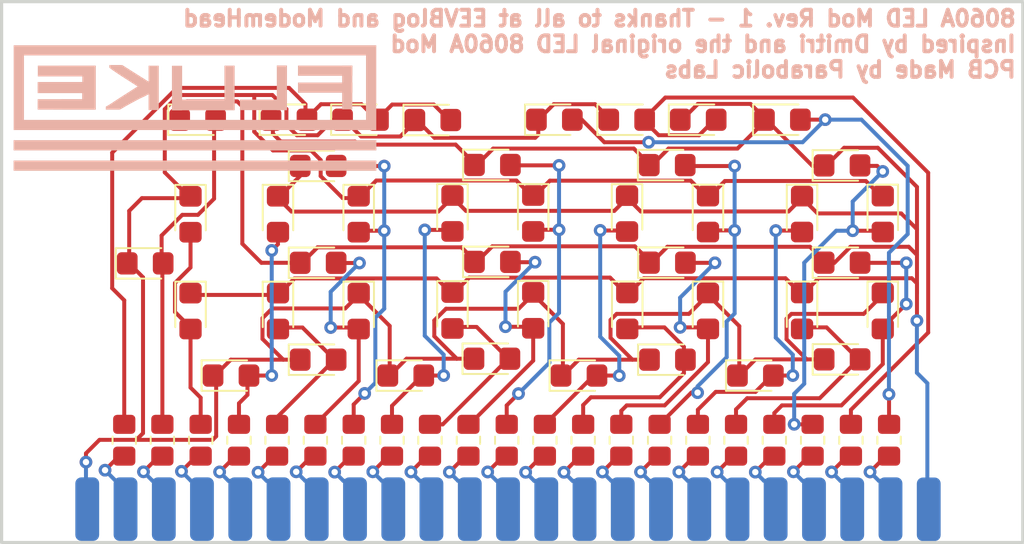
<source format=kicad_pcb>
(kicad_pcb (version 20240108) (generator "pcbnew") (generator_version "8.0")
  (layers (0 "F.Cu" signal) (31 "B.Cu" signal) (34 "B.Paste" user) (35 "F.Paste" user) (36 "B.SilkS" user "B.Silkscreen") (37 "F.SilkS" user "F.Silkscreen") (38 "B.Mask" user) (39 "F.Mask" user) (44 "Edge.Cuts" user))
  (net 0 "")
  (net 1 "Net-(D5-A)")
  (net 2 "Net-(D10-A)")
  (net 3 "Net-(D18-A)")
  (net 4 "Net-(D26-A)")
  (net 5 "Net-(D27-A)")
  (net 6 "Net-(D32-A)")
  (net 7 "Net-(D33-A)")
  (net 8 "Net-(J1-Pin_10)")
  (net 9 "Net-(J1-Pin_22)")
  (net 10 "Net-(J1-Pin_21)")
  (net 11 "Net-(J1-Pin_20)")
  (net 12 "Net-(J1-Pin_19)")
  (net 13 "Net-(J1-Pin_18)")
  (net 14 "Net-(J1-Pin_17)")
  (net 15 "Net-(J1-Pin_16)")
  (net 16 "Net-(J1-Pin_15)")
  (net 17 "Net-(J1-Pin_14)")
  (net 18 "Net-(J1-Pin_13)")
  (net 19 "Net-(J1-Pin_12)")
  (net 20 "Net-(J1-Pin_11)")
  (net 21 "Net-(J1-Pin_9)")
  (net 22 "Net-(J1-Pin_8)")
  (net 23 "Net-(J1-Pin_7)")
  (net 24 "Net-(J1-Pin_6)")
  (net 25 "Net-(J1-Pin_5)")
  (net 26 "Net-(J1-Pin_4)")
  (net 27 "Net-(J1-Pin_3)")
  (net 28 "Net-(J1-Pin_2)")
  (net 29 "/TopGround")
  (net 30 "/BottomGround")
  (net 31 "Net-(D28-A)")
  (net 32 "Net-(D1-A)")
  (net 33 "Net-(D2-A)")
  (net 34 "Net-(D4-A)")
  (net 35 "Net-(D8-A)")
  (net 36 "Net-(D11-A)")
  (net 37 "Net-(D12-A)")
  (net 38 "Net-(D16-A)")
  (net 39 "Net-(D19-A)")
  (net 40 "Net-(D20-A)")
  (net 41 "Net-(D24-A)")
  (net 42 "/kHz{slash}Hz{slash}dB")
  (net 43 "/Low Battery {slash} Negative")
  (net 44 "/HalfDigit")
  (footprint "FlukeLibrary:LED_0805_2012Metric_Pad1.3x1.40mm_HandSolder" (layer "F.Cu") (at 213.453 145.4 -90)
    (property "Reference" "D15" (hide yes))
    (property "Value" "8B")
  )
  (footprint "FlukeLibrary:LED_0805_2012Metric_Pad1.3x1.40mm_HandSolder" (layer "F.Cu") (at 199.933 148.494)
    (property "Reference" "D7" (hide yes))
    (property "Value" "8A")
  )
  (footprint "FlukeLibrary:LED_0805_2012Metric_Pad1.3x1.40mm_HandSolder" (layer "F.Cu") (at 191.89 139.355 -90)
    (property "Reference" "D41" (hide yes))
    (property "Value" "Half")
  )
  (footprint "FlukeLibrary:LED_0805_2012Metric_Pad1.3x1.40mm_HandSolder" (layer "F.Cu") (at 210.868 148.434)
    (property "Reference" "D13" (hide yes))
    (property "Value" "8A")
  )
  (footprint "FlukeLibrary:LED_0805_2012Metric_Pad1.3x1.40mm_HandSolder" (layer "F.Cu") (at 224.453 139.341 -90)
    (property "Reference" "D22" (hide yes))
    (property "Value" "8C")
  )
  (footprint "Resistor_SMD:R_0805_2012Metric_Pad1.20x1.40mm_HandSolder" (layer "F.Cu") (at 192.528 153.564 90)
    (property "Reference" "R6" (hide yes))
    (property "Value" "R" (hide yes))
  )
  (footprint "FlukeLibrary:LED_0805_2012Metric_Pad1.3x1.40mm_HandSolder" (layer "F.Cu") (at 202.473 139.35 -90)
    (property "Reference" "D3" (hide yes))
    (property "Value" "8C")
  )
  (footprint "FlukeLibrary:LED_0805_2012Metric_Pad1.3x1.40mm_HandSolder" (layer "F.Cu") (at 198.098 133.394)
    (property "Reference" "D39" (hide yes))
    (property "Value" "kHz")
  )
  (footprint "FlukeLibrary:LED_0805_2012Metric_Pad1.3x1.40mm_HandSolder" (layer "F.Cu") (at 224.453 145.437 -90)
    (property "Reference" "D23" (hide yes))
    (property "Value" "8B")
  )
  (footprint "Resistor_SMD:R_0805_2012Metric_Pad1.20x1.40mm_HandSolder" (layer "F.Cu") (at 231.038 153.564 90)
    (property "Reference" "R38" (hide yes))
    (property "Value" "R" (hide yes))
  )
  (footprint "Resistor_SMD:R_0805_2012Metric_Pad1.20x1.40mm_HandSolder" (layer "F.Cu") (at 226.218 153.564 90)
    (property "Reference" "R34" (hide yes))
    (property "Value" "R" (hide yes))
  )
  (footprint "FlukeLibrary:LED_0805_2012Metric_Pad1.3x1.40mm_HandSolder" (layer "F.Cu") (at 221.9 136.25)
    (property "Reference" "D19" (hide yes))
    (property "Value" "8C")
  )
  (footprint "FlukeLibrary:LED_0805_2012Metric_Pad1.3x1.40mm_HandSolder" (layer "F.Cu") (at 232.904 142.39)
    (property "Reference" "D28" (hide yes))
    (property "Value" "8B")
  )
  (footprint "FlukeLibrary:LED_0805_2012Metric_Pad1.3x1.40mm_HandSolder" (layer "F.Cu") (at 219.348 133.394)
    (property "Reference" "D34" (hide yes))
    (property "Value" "Tone")
  )
  (footprint "FlukeLibrary:LED_0805_2012Metric_Pad1.3x1.40mm_HandSolder" (layer "F.Cu") (at 194.448 149.494)
    (property "Reference" "D44" (hide yes))
    (property "Value" ".1")
  )
  (footprint "FlukeLibrary:LED_0805_2012Metric_Pad1.3x1.40mm_HandSolder" (layer "F.Cu") (at 235.453 145.437 -90)
    (property "Reference" "D31" (hide yes))
    (property "Value" "8B")
  )
  (footprint "FlukeLibrary:LED_0805_2012Metric_Pad1.3x1.40mm_HandSolder" (layer "F.Cu") (at 199.933 142.398)
    (property "Reference" "D4" (hide yes))
    (property "Value" "8B")
  )
  (footprint "FlukeLibrary:LED_0805_2012Metric_Pad1.3x1.40mm_HandSolder" (layer "F.Cu") (at 191.89 145.445 -90)
    (property "Reference" "D43" (hide yes))
    (property "Value" "Half")
  )
  (footprint "Resistor_SMD:R_0805_2012Metric_Pad1.20x1.40mm_HandSolder" (layer "F.Cu") (at 233.448 153.564 90)
    (property "Reference" "R40" (hide yes))
    (property "Value" "R" (hide yes))
  )
  (footprint "FlukeLibrary:LED_0805_2012Metric_Pad1.3x1.40mm_HandSolder" (layer "F.Cu") (at 210.9 136.24)
    (property "Reference" "D11" (hide yes))
    (property "Value" "8C")
  )
  (footprint "FlukeLibrary:LED_0805_2012Metric_Pad1.3x1.40mm_HandSolder" (layer "F.Cu") (at 232.9 136.27)
    (property "Reference" "D27" (hide yes))
    (property "Value" "8C")
  )
  (footprint "FlukeLibrary:LED_0805_2012Metric_Pad1.3x1.40mm_HandSolder" (layer "F.Cu") (at 223.848 133.394)
    (property "Reference" "D33" (hide yes))
    (property "Value" "REL")
  )
  (footprint "Resistor_SMD:R_0805_2012Metric_Pad1.20x1.40mm_HandSolder" (layer "F.Cu") (at 206.958 153.564 90)
    (property "Reference" "R18" (hide yes))
    (property "Value" "R" (hide yes))
  )
  (footprint "Resistor_SMD:R_0805_2012Metric_Pad1.20x1.40mm_HandSolder" (layer "F.Cu") (at 199.748 153.564 90)
    (property "Reference" "R12" (hide yes))
    (property "Value" "R" (hide yes))
  )
  (footprint "Resistor_SMD:R_0805_2012Metric_Pad1.20x1.40mm_HandSolder" (layer "F.Cu") (at 228.628 153.564 90)
    (property "Reference" "R36" (hide yes))
    (property "Value" "R" (hide yes))
  )
  (footprint "FlukeLibrary:LED_0805_2012Metric_Pad1.3x1.40mm_HandSolder" (layer "F.Cu") (at 207.148 133.414)
    (property "Reference" "D36" (hide yes))
    (property "Value" "dB")
  )
  (footprint "FlukeLibrary:LED_0805_2012Metric_Pad1.3x1.40mm_HandSolder" (layer "F.Cu") (at 208.373 139.304 -90)
    (property "Reference" "D9" (hide yes))
    (property "Value" ".1")
  )
  (footprint "FlukeLibrary:LED_0805_2012Metric_Pad1.3x1.40mm_HandSolder" (layer "F.Cu") (at 189.048 142.434)
    (property "Reference" "D42" (hide yes))
    (property "Value" "NEG")
  )
  (footprint "FlukeLibrary:LED_0805_2012Metric_Pad1.3x1.40mm_HandSolder" (layer "F.Cu") (at 219.373 145.437 -90)
    (property "Reference" "D18" (hide yes))
    (property "Value" "8A")
  )
  (footprint "Resistor_SMD:R_0805_2012Metric_Pad1.20x1.40mm_HandSolder" (layer "F.Cu") (at 194.938 153.564 90)
    (property "Reference" "R8" (hide yes))
    (property "Value" "R" (hide yes))
  )
  (footprint "FlukeLibrary:LED_0805_2012Metric_Pad1.3x1.40mm_HandSolder" (layer "F.Cu") (at 202.473 145.446 -90)
    (property "Reference" "D6" (hide yes))
    (property "Value" "8B")
  )
  (footprint "Resistor_SMD:R_0805_2012Metric_Pad1.20x1.40mm_HandSolder" (layer "F.Cu") (at 223.818 153.564 90)
    (property "Reference" "R32" (hide yes))
    (property "Value" "R" (hide yes))
  )
  (footprint "FlukeLibrary:LED_0805_2012Metric_Pad1.3x1.40mm_HandSolder" (layer "F.Cu") (at 227.448 149.494)
    (property "Reference" "D24" (hide yes))
    (property "Value" ".1")
  )
  (footprint "FlukeLibrary:LED_0805_2012Metric_Pad1.3x1.40mm_HandSolder" (layer "F.Cu") (at 192.348 133.394)
    (property "Reference" "D40" (hide yes))
    (property "Value" "LO BAT")
  )
  (footprint "Resistor_SMD:R_0805_2012Metric_Pad1.20x1.40mm_HandSolder" (layer "F.Cu") (at 216.598 153.564 90)
    (property "Reference" "R1" (hide yes))
    (property "Value" "R" (hide yes))
  )
  (footprint "FlukeLibrary:LED_0805_2012Metric_Pad1.3x1.40mm_HandSolder" (layer "F.Cu") (at 229.148 133.394)
    (property "Reference" "D32" (hide yes))
    (property "Value" "CONT")
  )
  (footprint "FlukeLibrary:LED_0805_2012Metric_Pad1.3x1.40mm_HandSolder" (layer "F.Cu") (at 199.933 136.302)
    (property "Reference" "D2" (hide yes))
    (property "Value" "8C")
  )
  (footprint "Resistor_SMD:R_0805_2012Metric_Pad1.20x1.40mm_HandSolder" (layer "F.Cu") (at 197.338 153.564 90)
    (property "Reference" "R10" (hide yes))
    (property "Value" "R" (hide yes))
  )
  (footprint "FlukeLibrary:LED_0805_2012Metric_Pad1.3x1.40mm_HandSolder" (layer "F.Cu") (at 214.798 133.394)
    (property "Reference" "D35" (hide yes))
    (property "Value" "Bar")
  )
  (footprint "FlukeLibrary:LED_0805_2012Metric_Pad1.3x1.40mm_HandSolder" (layer "F.Cu") (at 221.9125 142.39)
    (property "Reference" "D20" (hide yes))
    (property "Value" "8B")
  )
  (footprint "FlukeLibrary:Fluke_8060A_LCD_ElastoPads" (layer "F.Cu") (at 212.12 145)
    (property "Reference" "J1" (hide yes))
    (property "Value" "Conn_01x23" (hide yes))
  )
  (footprint "FlukeLibrary:LED_0805_2012Metric_Pad1.3x1.40mm_HandSolder" (layer "F.Cu") (at 221.913 148.494)
    (property "Reference" "D21" (hide yes))
    (property "Value" "8A")
  )
  (footprint "Resistor_SMD:R_0805_2012Metric_Pad1.20x1.40mm_HandSolder" (layer "F.Cu") (at 235.848 153.564 90)
    (property "Reference" "R42" (hide yes))
    (property "Value" "R" (hide yes))
  )
  (footprint "Resistor_SMD:R_0805_2012Metric_Pad1.20x1.40mm_HandSolder" (layer "F.Cu") (at 218.998 153.564 90)
    (property "Reference" "R28" (hide yes))
    (property "Value" "R" (hide yes))
  )
  (footprint "FlukeLibrary:LED_0805_2012Metric_Pad1.3x1.40mm_HandSolder" (layer "F.Cu") (at 205.448 149.494)
    (property "Reference" "D8" (hide yes))
    (property "Value" ".1")
  )
  (footprint "FlukeLibrary:LED_0805_2012Metric_Pad1.3x1.40mm_HandSolder" (layer "F.Cu") (at 213.453 139.304 -90)
    (property "Reference" "D14" (hide yes))
    (property "Value" "8C")
  )
  (footprint "FlukeLibrary:LED_0805_2012Metric_Pad1.3x1.40mm_HandSolder" (layer "F.Cu") (at 230.373 145.437 -90)
    (property "Reference" "D26" (hide yes))
    (property "Value" "8A")
  )
  (footprint "Resistor_SMD:R_0805_2012Metric_Pad1.20x1.40mm_HandSolder" (layer "F.Cu") (at 209.378 153.564 90)
    (property "Reference" "R20" (hide yes))
    (property "Value" "R" (hide yes))
  )
  (footprint "Resistor_SMD:R_0805_2012Metric_Pad1.20x1.40mm_HandSolder" (layer "F.Cu") (at 202.158 153.564 90)
    (property "Reference" "R14" (hide yes))
    (property "Value" "R" (hide yes))
  )
  (footprint "FlukeLibrary:LED_0805_2012Metric_Pad1.3x1.40mm_HandSolder" (layer "F.Cu") (at 197.393 145.446 -90)
    (property "Reference" "D5" (hide yes))
    (property "Value" "8A")
  )
  (footprint "Resistor_SMD:R_0805_2012Metric_Pad1.20x1.40mm_HandSolder" (layer "F.Cu") (at 204.568 153.564 90)
    (property "Reference" "R16" (hide yes))
    (property "Value" "R" (hide yes))
  )
  (footprint "Resistor_SMD:R_0805_2012Metric_Pad1.20x1.40mm_HandSolder" (layer "F.Cu") (at 211.788 153.564 90)
    (property "Reference" "R22" (hide yes))
    (property "Value" "R" (hide yes))
  )
  (footprint "FlukeLibrary:LED_0805_2012Metric_Pad1.3x1.40mm_HandSolder" (layer "F.Cu") (at 230.373 139.341 -90)
    (property "Reference" "D25" (hide yes))
    (property "Value" ".1")
  )
  (footprint "FlukeLibrary:LED_0805_2012Metric_Pad1.3x1.40mm_HandSolder" (layer "F.Cu") (at 216.348 149.494)
    (property "Reference" "D16" (hide yes))
    (property "Value" ".1")
  )
  (footprint "FlukeLibrary:LED_0805_2012Metric_Pad1.3x1.40mm_HandSolder" (layer "F.Cu") (at 219.36 139.31 -90)
    (property "Reference" "D17" (hide yes))
    (property "Value" ".1")
  )
  (footprint "FlukeLibrary:LED_0805_2012Metric_Pad1.3x1.40mm_HandSolder" (layer "F.Cu") (at 235.453 139.341 -90)
    (property "Reference" "D30" (hide yes))
    (property "Value" "8C")
  )
  (footprint "FlukeLibrary:LED_0805_2012Metric_Pad1.3x1.40mm_HandSolder" (layer "F.Cu") (at 210.9 142.34)
    (property "Reference" "D12" (hide yes))
    (property "Value" "8B")
  )
  (footprint "FlukeLibrary:LED_0805_2012Metric_Pad1.3x1.40mm_HandSolder" (layer "F.Cu") (at 197.393 139.35 -90)
    (property "Reference" "D1" (hide yes))
    (property "Value" ".1")
  )
  (footprint "Resistor_SMD:R_0805_2012Metric_Pad1.20x1.40mm_HandSolder" (layer "F.Cu") (at 214.188 153.564 90)
    (property "Reference" "R24" (hide yes))
    (property "Value" "R" (hide yes))
  )
  (footprint "FlukeLibrary:LED_0805_2012Metric_Pad1.3x1.40mm_HandSolder" (layer "F.Cu") (at 202.598 133.394)
    (property "Reference" "D38" (hide yes))
    (property "Value" "Hz")
  )
  (footprint "Resistor_SMD:R_0805_2012Metric_Pad1.20x1.40mm_HandSolder" (layer "F.Cu") (at 187.718 153.564 90)
    (property "Reference" "R2" (hide yes))
    (property "Value" "R" (hide yes))
  )
  (footprint "Resistor_SMD:R_0805_2012Metric_Pad1.20x1.40mm_HandSolder" (layer "F.Cu") (at 221.408 153.564 90)
    (property "Reference" "R30" (hide yes))
    (property "Value" "R" (hide yes))
  )
  (footprint "FlukeLibrary:LED_0805_2012Metric_Pad1.3x1.40mm_HandSolder" (layer "F.Cu") (at 232.904 148.476)
    (property "Reference" "D29" (hide yes))
    (property "Value" "8A")
  )
  (footprint "FlukeLibrary:LED_0805_2012Metric_Pad1.3x1.40mm_HandSolder" (layer "F.Cu") (at 208.373 145.409 -90)
    (property "Reference" "D10" (hide yes))
    (property "Value" "8A")
  )
  (footprint "Resistor_SMD:R_0805_2012Metric_Pad1.20x1.40mm_HandSolder" (layer "F.Cu") (at 190.118 153.564 90)
    (property "Reference" "R4" (hide yes))
    (property "Value" "R" (hide yes))
  )
  (footprint "FlukeLibrary:johnflukenewerlogo_tiny_footprint" (layer "B.Cu") (at 192.17 132.55 180)
    (property "Reference" "G***" (hide yes))
    (property "Value" "LOGO" (hide yes))
  )
  (gr_rect (start 180 125.964) (end 244.262 160) (stroke (width 0.2)) (fill none) (layer "Edge.Cuts"))
  (gr_text "8060A LED Mod Rev. 1 - Thanks to all at EEVBlog and ModemHead\nInspired by Dmitri and the original LED 8060A Mod\nPCB Made by Parabolic Labs" (at 243.95 130.83 0) (layer "B.SilkS") (effects (font (size 1 1) (thickness 0.25) (bold yes)) (justify left bottom mirror)))
  (segment (start 200.958 148.494) (end 198.935 146.471) (width 0.25) (layer "F.Cu") (net 1))
  (segment (start 198.935 146.471) (end 197.393 146.471) (width 0.25) (layer "F.Cu") (net 1))
  (segment (start 197.338 152.564) (end 197.338 152.114) (width 0.25) (layer "F.Cu") (net 1))
  (segment (start 197.338 152.114) (end 200.958 148.494) (width 0.25) (layer "F.Cu") (net 1))
  (segment (start 211.893 148.434) (end 209.893 146.434) (width 0.25) (layer "F.Cu") (net 2))
  (segment (start 209.893 146.434) (end 208.373 146.434) (width 0.25) (layer "F.Cu") (net 2))
  (segment (start 206.958 152.564) (end 207.763 152.564) (width 0.25) (layer "F.Cu") (net 2))
  (segment (start 207.763 152.564) (end 211.893 148.434) (width 0.25) (layer "F.Cu") (net 2))
  (segment (start 217.09 150.86) (end 221.42 150.86) (width 0.25) (layer "F.Cu") (net 3))
  (segment (start 222.938 147.688) (end 222.938 148.494) (width 0.25) (layer "F.Cu") (net 3))
  (segment (start 221.42 150.86) (end 222.938 149.342) (width 0.25) (layer "F.Cu") (net 3))
  (segment (start 219.373 146.462) (end 221.712 146.462) (width 0.25) (layer "F.Cu") (net 3))
  (segment (start 216.598 152.564) (end 216.598 151.352) (width 0.25) (layer "F.Cu") (net 3))
  (segment (start 222.938 149.342) (end 222.938 148.494) (width 0.25) (layer "F.Cu") (net 3))
  (segment (start 216.598 151.352) (end 217.09 150.86) (width 0.25) (layer "F.Cu") (net 3))
  (segment (start 221.712 146.462) (end 222.938 147.688) (width 0.25) (layer "F.Cu") (net 3))
  (segment (start 233.929 148.476) (end 231.915 146.462) (width 0.25) (layer "F.Cu") (net 4))
  (segment (start 226.218 151.622) (end 226.92 150.92) (width 0.25) (layer "F.Cu") (net 4))
  (segment (start 226.218 152.564) (end 226.218 151.622) (width 0.25) (layer "F.Cu") (net 4))
  (segment (start 226.92 150.92) (end 231.485 150.92) (width 0.25) (layer "F.Cu") (net 4))
  (segment (start 231.915 146.462) (end 230.373 146.462) (width 0.25) (layer "F.Cu") (net 4))
  (segment (start 231.485 150.92) (end 233.929 148.476) (width 0.25) (layer "F.Cu") (net 4))
  (segment (start 229.8815 152.564) (end 229.8775 152.56) (width 0.25) (layer "F.Cu") (net 5))
  (segment (start 235.439 140.38) (end 235.453 140.366) (width 0.25) (layer "F.Cu") (net 5))
  (segment (start 231.038 152.564) (end 229.8815 152.564) (width 0.25) (layer "F.Cu") (net 5))
  (segment (start 233.56 140.38) (end 235.439 140.38) (width 0.25) (layer "F.Cu") (net 5))
  (segment (start 235.45 136.65) (end 235.1 136.3) (width 0.25) (layer "F.Cu") (net 5))
  (segment (start 235.1 136.3) (end 233.931 136.3) (width 0.25) (layer "F.Cu") (net 5))
  (segment (start 233.931 136.3) (end 233.929 136.302) (width 0.25) (layer "F.Cu") (net 5))
  (via (at 229.8775 152.56) (size 0.8) (drill 0.4) (layers "F.Cu" "B.Cu") (net 5))
  (via (at 235.45 136.65) (size 0.8) (drill 0.4) (layers "F.Cu" "B.Cu") (net 5))
  (via (at 233.56 140.38) (size 0.8) (drill 0.4) (layers "F.Cu" "B.Cu") (net 5))
  (segment (start 230.51 142.39) (end 230.51 150.01) (width 0.25) (layer "B.Cu") (net 5))
  (segment (start 232.52 140.38) (end 230.51 142.39) (width 0.25) (layer "B.Cu") (net 5))
  (segment (start 233.56 138.54) (end 235.45 136.65) (width 0.25) (layer "B.Cu") (net 5))
  (segment (start 229.8775 150.6425) (end 229.8775 152.56) (width 0.25) (layer "B.Cu") (net 5))
  (segment (start 230.51 150.01) (end 229.8775 150.6425) (width 0.25) (layer "B.Cu") (net 5))
  (segment (start 233.56 140.38) (end 233.56 138.54) (width 0.25) (layer "B.Cu") (net 5))
  (segment (start 233.56 140.38) (end 232.52 140.38) (width 0.25) (layer "B.Cu") (net 5))
  (segment (start 231.83 133.39) (end 230.177 133.39) (width 0.25) (layer "F.Cu") (net 6))
  (segment (start 230.177 133.39) (end 230.173 133.394) (width 0.25) (layer "F.Cu") (net 6))
  (segment (start 220.72 134.81) (end 217.93 134.81) (width 0.25) (layer "F.Cu") (net 6))
  (segment (start 235.848 152.564) (end 235.848 150.678) (width 0.25) (layer "F.Cu") (net 6))
  (segment (start 235.848 150.678) (end 235.84 150.67) (width 0.25) (layer "F.Cu") (net 6))
  (segment (start 217.93 134.81) (end 216.514 133.394) (width 0.25) (layer "F.Cu") (net 6))
  (segment (start 216.514 133.394) (end 215.823 133.394) (width 0.25) (layer "F.Cu") (net 6))
  (via (at 220.72 134.81) (size 0.8) (drill 0.4) (layers "F.Cu" "B.Cu") (net 6))
  (via (at 235.84 150.67) (size 0.8) (drill 0.4) (layers "F.Cu" "B.Cu") (net 6))
  (via (at 231.83 133.39) (size 0.8) (drill 0.4) (layers "F.Cu" "B.Cu") (net 6))
  (segment (start 237.02 136.3) (end 234.11 133.39) (width 0.25) (layer "B.Cu") (net 6))
  (segment (start 220.72 134.81) (end 230.41 134.81) (width 0.25) (layer "B.Cu") (net 6))
  (segment (start 235.84 150.67) (end 235.84 141.77) (width 0.25) (layer "B.Cu") (net 6))
  (segment (start 234.11 133.39) (end 231.83 133.39) (width 0.25) (layer "B.Cu") (net 6))
  (segment (start 237.02 140.59) (end 237.02 136.3) (width 0.25) (layer "B.Cu") (net 6))
  (segment (start 230.41 134.81) (end 231.83 133.39) (width 0.25) (layer "B.Cu") (net 6))
  (segment (start 235.84 141.77) (end 237.02 140.59) (width 0.25) (layer "B.Cu") (net 6))
  (segment (start 221.348 134.369) (end 220.373 133.394) (width 0.25) (layer "F.Cu") (net 7))
  (segment (start 233.448 152.564) (end 233.448 151.652) (width 0.25) (layer "F.Cu") (net 7))
  (segment (start 224.873 133.394) (end 223.898 134.369) (width 0.25) (layer "F.Cu") (net 7))
  (segment (start 233.448 151.652) (end 238.31 146.79) (width 0.25) (layer "F.Cu") (net 7))
  (segment (start 223.898 134.369) (end 221.348 134.369) (width 0.25) (layer "F.Cu") (net 7))
  (segment (start 238.31 136.73) (end 233.58 132) (width 0.25) (layer "F.Cu") (net 7))
  (segment (start 233.58 132) (end 221.767 132) (width 0.25) (layer "F.Cu") (net 7))
  (segment (start 238.31 146.79) (end 238.31 136.73) (width 0.25) (layer "F.Cu") (net 7))
  (segment (start 221.767 132) (end 220.373 133.394) (width 0.25) (layer "F.Cu") (net 7))
  (segment (start 216.598 154.564) (end 216.406 154.564) (width 0.25) (layer "F.Cu") (net 8))
  (segment (start 216.406 154.564) (end 215.39 155.58) (width 0.25) (layer "F.Cu") (net 8))
  (via (at 215.39 155.58) (size 0.8) (drill 0.4) (layers "F.Cu" "B.Cu") (net 8))
  (segment (start 215.39 155.58) (end 215.929 156.119) (width 0.25) (layer "B.Cu") (net 8))
  (segment (start 215.929 156.119) (end 216.596638 156.119) (width 0.25) (layer "B.Cu") (net 8))
  (segment (start 187.718 154.564) (end 187.396 154.564) (width 0.25) (layer "F.Cu") (net 9))
  (segment (start 187.396 154.564) (end 186.51 155.45) (width 0.25) (layer "F.Cu") (net 9))
  (via (at 186.51 155.45) (size 0.8) (drill 0.4) (layers "F.Cu" "B.Cu") (net 9))
  (segment (start 187.179 156.119) (end 187.714822 156.119) (width 0.25) (layer "B.Cu") (net 9))
  (segment (start 186.51 155.45) (end 187.179 156.119) (width 0.25) (layer "B.Cu") (net 9))
  (segment (start 189.916 154.564) (end 188.93 155.55) (width 0.25) (layer "F.Cu") (net 10))
  (segment (start 190.118 154.564) (end 189.916 154.564) (width 0.25) (layer "F.Cu") (net 10))
  (via (at 188.93 155.55) (size 0.8) (drill 0.4) (layers "F.Cu" "B.Cu") (net 10))
  (segment (start 189.499 156.119) (end 190.12164 156.119) (width 0.25) (layer "B.Cu") (net 10))
  (segment (start 188.93 155.55) (end 189.499 156.119) (width 0.25) (layer "B.Cu") (net 10))
  (segment (start 192.528 154.564) (end 192.276 154.564) (width 0.25) (layer "F.Cu") (net 11))
  (segment (start 192.276 154.564) (end 191.32 155.52) (width 0.25) (layer "F.Cu") (net 11))
  (via (at 191.32 155.52) (size 0.8) (drill 0.4) (layers "F.Cu" "B.Cu") (net 11))
  (segment (start 191.32 155.52) (end 191.919 156.119) (width 0.25) (layer "B.Cu") (net 11))
  (segment (start 191.919 156.119) (end 192.528458 156.119) (width 0.25) (layer "B.Cu") (net 11))
  (segment (start 194.716 154.564) (end 193.72 155.56) (width 0.25) (layer "F.Cu") (net 12))
  (segment (start 194.938 154.564) (end 194.716 154.564) (width 0.25) (layer "F.Cu") (net 12))
  (via (at 193.72 155.56) (size 0.8) (drill 0.4) (layers "F.Cu" "B.Cu") (net 12))
  (segment (start 194.279 156.119) (end 194.935276 156.119) (width 0.25) (layer "B.Cu") (net 12))
  (segment (start 193.72 155.56) (end 194.279 156.119) (width 0.25) (layer "B.Cu") (net 12))
  (segment (start 197.156 154.564) (end 196.14 155.58) (width 0.25) (layer "F.Cu") (net 13))
  (segment (start 197.338 154.564) (end 197.156 154.564) (width 0.25) (layer "F.Cu") (net 13))
  (via (at 196.14 155.58) (size 0.8) (drill 0.4) (layers "F.Cu" "B.Cu") (net 13))
  (segment (start 196.679 156.119) (end 197.342094 156.119) (width 0.25) (layer "B.Cu") (net 13))
  (segment (start 196.14 155.58) (end 196.679 156.119) (width 0.25) (layer "B.Cu") (net 13))
  (segment (start 199.526 154.564) (end 198.54 155.55) (width 0.25) (layer "F.Cu") (net 14))
  (segment (start 199.748 154.564) (end 199.526 154.564) (width 0.25) (layer "F.Cu") (net 14))
  (via (at 198.54 155.55) (size 0.8) (drill 0.4) (layers "F.Cu" "B.Cu") (net 14))
  (segment (start 199.109 156.119) (end 199.748912 156.119) (width 0.25) (layer "B.Cu") (net 14))
  (segment (start 198.54 155.55) (end 199.109 156.119) (width 0.25) (layer "B.Cu") (net 14))
  (segment (start 201.966 154.564) (end 200.96 155.57) (width 0.25) (layer "F.Cu") (net 15))
  (segment (start 202.158 154.564) (end 201.966 154.564) (width 0.25) (layer "F.Cu") (net 15))
  (via (at 200.96 155.57) (size 0.8) (drill 0.4) (layers "F.Cu" "B.Cu") (net 15))
  (segment (start 201.509 156.119) (end 202.15573 156.119) (width 0.25) (layer "B.Cu") (net 15))
  (segment (start 200.96 155.57) (end 201.509 156.119) (width 0.25) (layer "B.Cu") (net 15))
  (segment (start 204.346 154.564) (end 203.36 155.55) (width 0.25) (layer "F.Cu") (net 16))
  (segment (start 204.568 154.564) (end 204.346 154.564) (width 0.25) (layer "F.Cu") (net 16))
  (via (at 203.36 155.55) (size 0.8) (drill 0.4) (layers "F.Cu" "B.Cu") (net 16))
  (segment (start 203.929 156.119) (end 204.562548 156.119) (width 0.25) (layer "B.Cu") (net 16))
  (segment (start 203.36 155.55) (end 203.929 156.119) (width 0.25) (layer "B.Cu") (net 16))
  (segment (start 206.958 154.564) (end 206.756 154.564) (width 0.25) (layer "F.Cu") (net 17))
  (segment (start 206.756 154.564) (end 205.76 155.56) (width 0.25) (layer "F.Cu") (net 17))
  (via (at 205.76 155.56) (size 0.8) (drill 0.4) (layers "F.Cu" "B.Cu") (net 17))
  (segment (start 205.76 155.56) (end 206.319 156.119) (width 0.25) (layer "B.Cu") (net 17))
  (segment (start 206.319 156.119) (end 206.969366 156.119) (width 0.25) (layer "B.Cu") (net 17))
  (segment (start 209.378 154.564) (end 209.186 154.564) (width 0.25) (layer "F.Cu") (net 18))
  (segment (start 209.186 154.564) (end 208.18 155.57) (width 0.25) (layer "F.Cu") (net 18))
  (via (at 208.18 155.57) (size 0.8) (drill 0.4) (layers "F.Cu" "B.Cu") (net 18))
  (segment (start 208.18 155.57) (end 208.729 156.119) (width 0.25) (layer "B.Cu") (net 18))
  (segment (start 208.729 156.119) (end 209.376184 156.119) (width 0.25) (layer "B.Cu") (net 18))
  (segment (start 211.586 154.564) (end 210.59 155.56) (width 0.25) (layer "F.Cu") (net 19))
  (segment (start 211.788 154.564) (end 211.586 154.564) (width 0.25) (layer "F.Cu") (net 19))
  (via (at 210.59 155.56) (size 0.8) (drill 0.4) (layers "F.Cu" "B.Cu") (net 19))
  (segment (start 211.149 156.119) (end 211.783002 156.119) (width 0.25) (layer "B.Cu") (net 19))
  (segment (start 210.59 155.56) (end 211.149 156.119) (width 0.25) (layer "B.Cu") (net 19))
  (segment (start 214.188 154.564) (end 213.996 154.564) (width 0.25) (layer "F.Cu") (net 20))
  (segment (start 213.996 154.564) (end 212.98 155.58) (width 0.25) (layer "F.Cu") (net 20))
  (via (at 212.98 155.58) (size 0.8) (drill 0.4) (layers "F.Cu" "B.Cu") (net 20))
  (segment (start 213.519 156.119) (end 214.18982 156.119) (width 0.25) (layer "B.Cu") (net 20))
  (segment (start 212.98 155.58) (end 213.519 156.119) (width 0.25) (layer "B.Cu") (net 20))
  (segment (start 218.998 154.564) (end 218.806 154.564) (width 0.25) (layer "F.Cu") (net 21))
  (segment (start 218.806 154.564) (end 217.81 155.56) (width 0.25) (layer "F.Cu") (net 21))
  (via (at 217.81 155.56) (size 0.8) (drill 0.4) (layers "F.Cu" "B.Cu") (net 21))
  (segment (start 218.369 156.119) (end 219.003456 156.119) (width 0.25) (layer "B.Cu") (net 21))
  (segment (start 217.81 155.56) (end 218.369 156.119) (width 0.25) (layer "B.Cu") (net 21))
  (segment (start 221.206 154.564) (end 220.21 155.56) (width 0.25) (layer "F.Cu") (net 22))
  (segment (start 221.408 154.564) (end 221.206 154.564) (width 0.25) (layer "F.Cu") (net 22))
  (via (at 220.21 155.56) (size 0.8) (drill 0.4) (layers "F.Cu" "B.Cu") (net 22))
  (segment (start 220.21 155.56) (end 220.769 156.119) (width 0.25) (layer "B.Cu") (net 22))
  (segment (start 220.769 156.119) (end 221.410274 156.119) (width 0.25) (layer "B.Cu") (net 22))
  (segment (start 223.616 154.564) (end 222.62 155.56) (width 0.25) (layer "F.Cu") (net 23))
  (segment (start 223.818 154.564) (end 223.616 154.564) (width 0.25) (layer "F.Cu") (net 23))
  (via (at 222.62 155.56) (size 0.8) (drill 0.4) (layers "F.Cu" "B.Cu") (net 23))
  (segment (start 222.62 155.56) (end 223.179 156.119) (width 0.25) (layer "B.Cu") (net 23))
  (segment (start 223.179 156.119) (end 223.817092 156.119) (width 0.25) (layer "B.Cu") (net 23))
  (segment (start 226.218 154.564) (end 226.026 154.564) (width 0.25) (layer "F.Cu") (net 24))
  (segment (start 226.026 154.564) (end 225.03 155.56) (width 0.25) (layer "F.Cu") (net 24))
  (via (at 225.03 155.56) (size 0.8) (drill 0.4) (layers "F.Cu" "B.Cu") (net 24))
  (segment (start 225.589 156.119) (end 226.22391 156.119) (width 0.25) (layer "B.Cu") (net 24))
  (segment (start 225.03 155.56) (end 225.589 156.119) (width 0.25) (layer "B.Cu") (net 24))
  (segment (start 228.628 154.564) (end 228.436 154.564) (width 0.25) (layer "F.Cu") (net 25))
  (segment (start 228.436 154.564) (end 227.43 155.57) (width 0.25) (layer "F.Cu") (net 25))
  (via (at 227.43 155.57) (size 0.8) (drill 0.4) (layers "F.Cu" "B.Cu") (net 25))
  (segment (start 227.979 156.119) (end 228.630728 156.119) (width 0.25) (layer "B.Cu") (net 25))
  (segment (start 227.43 155.57) (end 227.979 156.119) (width 0.25) (layer "B.Cu") (net 25))
  (segment (start 230.816 154.564) (end 229.83 155.55) (width 0.25) (layer "F.Cu") (net 26))
  (segment (start 231.038 154.564) (end 230.816 154.564) (width 0.25) (layer "F.Cu") (net 26))
  (via (at 229.83 155.55) (size 0.8) (drill 0.4) (layers "F.Cu" "B.Cu") (net 26))
  (segment (start 230.399 156.119) (end 231.037546 156.119) (width 0.25) (layer "B.Cu") (net 26))
  (segment (start 229.83 155.55) (end 230.399 156.119) (width 0.25) (layer "B.Cu") (net 26))
  (segment (start 233.448 154.564) (end 233.226 154.564) (width 0.25) (layer "F.Cu") (net 27))
  (segment (start 233.226 154.564) (end 232.23 155.56) (width 0.25) (layer "F.Cu") (net 27))
  (via (at 232.23 155.56) (size 0.8) (drill 0.4) (layers "F.Cu" "B.Cu") (net 27))
  (segment (start 232.789 156.119) (end 233.444364 156.119) (width 0.25) (layer "B.Cu") (net 27))
  (segment (start 232.23 155.56) (end 232.789 156.119) (width 0.25) (layer "B.Cu") (net 27))
  (segment (start 235.646 154.564) (end 234.65 155.56) (width 0.25) (layer "F.Cu") (net 28))
  (segment (start 235.848 154.564) (end 235.646 154.564) (width 0.25) (layer "F.Cu") (net 28))
  (segment (start 235.848 154.564) (end 235.626 154.564) (width 0.25) (layer "F.Cu") (net 28))
  (via (at 234.65 155.56) (size 0.8) (drill 0.4) (layers "F.Cu" "B.Cu") (net 28))
  (segment (start 235.209 156.119) (end 235.851182 156.119) (width 0.25) (layer "B.Cu") (net 28))
  (segment (start 234.65 155.56) (end 235.209 156.119) (width 0.25) (layer "B.Cu") (net 28))
  (segment (start 197.073 134.273) (end 197.57 134.77) (width 0.25) (layer "F.Cu") (net 29))
  (segment (start 228.123 133.394) (end 227.129 132.4) (width 0.25) (layer "F.Cu") (net 29))
  (segment (start 208.941 141.423) (end 209.879 142.361) (width 0.25) (layer "F.Cu") (net 29))
  (segment (start 202.24 134.77) (end 202.44 134.97) (width 0.25) (layer "F.Cu") (net 29))
  (segment (start 233.021 135.16) (end 235.14 135.16) (width 0.25) (layer "F.Cu") (net 29))
  (segment (start 210.934 135.21) (end 219.787 135.21) (width 0.25) (layer "F.Cu") (net 29))
  (segment (start 197.33 144.484) (end 197.393 144.421) (width 0.25) (layer "F.Cu") (net 29))
  (segment (start 237.605 146.035) (end 237.6 146.04) (width 0.25) (layer "F.Cu") (net 29))
  (segment (start 232.411538 142.398) (end 233.419538 141.39) (width 0.25) (layer "F.Cu") (net 29))
  (segment (start 209.879 136.265) (end 210.934 135.21) (width 0.25) (layer "F.Cu") (net 29))
  (segment (start 219.787 135.21) (end 220.879 136.302) (width 0.25) (layer "F.Cu") (net 29))
  (segment (start 197.393 138.325) (end 198.908 136.81) (width 0.25) (layer "F.Cu") (net 29))
  (segment (start 237.555 140.235) (end 237.605 140.285) (width 0.25) (layer "F.Cu") (net 29))
  (segment (start 223.817 132.4) (end 222.823 133.394) (width 0.25) (layer "F.Cu") (net 29))
  (segment (start 197.57 134.77) (end 202.24 134.77) (width 0.25) (layer "F.Cu") (net 29))
  (segment (start 229.523 139.166) (end 230.373 138.316) (width 0.25) (layer "F.Cu") (net 29))
  (segment (start 197.393 144.421) (end 197.392 144.42) (width 0.25) (layer "F.Cu") (net 29))
  (segment (start 231.879 136.302) (end 231.031 136.302) (width 0.25) (layer "F.Cu") (net 29))
  (segment (start 237.28 143.37) (end 237.605 143.695) (width 0.25) (layer "F.Cu") (net 29))
  (segment (start 209.427 143.33) (end 218.291 143.33) (width 0.25) (layer "F.Cu") (net 29))
  (segment (start 207.477 139.175) (end 208.373 138.279) (width 0.25) (layer "F.Cu") (net 29))
  (segment (start 237.605 137.625) (end 237.605 140.285) (width 0.25) (layer "F.Cu") (net 29))
  (segment (start 227.129 132.4) (end 223.817 132.4) (width 0.25) (layer "F.Cu") (net 29))
  (segment (start 221.971 135.21) (end 226.307 135.21) (width 0.25) (layer "F.Cu") (net 29))
  (segment (start 231.879 142.398) (end 232.411538 142.398) (width 0.25) (layer "F.Cu") (net 29))
  (segment (start 230.871 141.39) (end 231.879 142.398) (width 0.25) (layer "F.Cu") (net 29))
  (segment (start 219.373 138.316) (end 220.223 139.166) (width 0.25) (layer "F.Cu") (net 29))
  (segment (start 235.14 135.16) (end 237.605 137.625) (width 0.25) (layer "F.Cu") (net 29))
  (segment (start 231.879 136.302) (end 233.021 135.16) (width 0.25) (layer "F.Cu") (net 29))
  (segment (start 208.373 144.384) (end 209.427 143.33) (width 0.25) (layer "F.Cu") (net 29))
  (segment (start 197.073 133.394) (end 197.073 134.273) (width 0.25) (layer "F.Cu") (net 29))
  (segment (start 226.307 135.21) (end 228.123 133.394) (width 0.25) (layer "F.Cu") (net 29))
  (segment (start 199.883 141.423) (end 208.941 141.423) (width 0.25) (layer "F.Cu") (net 29))
  (segment (start 231.347 139.29) (end 230.373 138.316) (width 0.25) (layer "F.Cu") (net 29))
  (segment (start 220.415 143.37) (end 229.331 143.37) (width 0.25) (layer "F.Cu") (net 29))
  (segment (start 207.369 143.38) (end 208.373 144.384) (width 0.25) (layer "F.Cu") (net 29))
  (segment (start 218.291 143.33) (end 219.373 144.412) (width 0.25) (layer "F.Cu") (net 29))
  (segment (start 195.15 132.56) (end 195.15 141.2) (width 0.25) (layer "F.Cu") (net 29))
  (segment (start 191.323 132.587) (end 191.67 132.24) (width 0.25) (layer "F.Cu") (net 29))
  (segment (start 197.393 138.325) (end 198.243 139.175) (width 0.25) (layer "F.Cu") (net 29))
  (segment (start 196.348 142.398) (end 198.908 142.398) (width 0.25) (layer "F.Cu") (net 29))
  (segment (start 230.373 144.412) (end 231.415 143.37) (width 0.25) (layer "F.Cu") (net 29))
  (segment (start 237.605 144.31) (end 237.605 146.035) (width 0.25) (layer "F.Cu") (net 29))
  (segment (start 219.373 144.412) (end 220.415 143.37) (width 0.25) (layer "F.Cu") (net 29))
  (segment (start 198.908 142.398) (end 199.883 141.423) (width 0.25) (layer "F.Cu") (net 29))
  (segment (start 198.908 136.81) (end 198.908 136.302) (width 0.25) (layer "F.Cu") (net 29))
  (segment (start 191.323 133.394) (end 191.323 132.587) (width 0.25) (layer "F.Cu") (net 29))
  (segment (start 197.393 144.421) (end 198.434 143.38) (width 0.25) (layer "F.Cu") (net 29))
  (segment (start 208.373 138.279) (end 209.223 139.129) (width 0.25) (layer "F.Cu") (net 29))
  (segment (start 198.243 139.175) (end 207.477 139.175) (width 0.25) (layer "F.Cu") (net 29))
  (segment (start 233.419538 141.39) (end 237.09 141.39) (width 0.25) (layer "F.Cu") (net 29))
  (segment (start 237.555 140.235) (end 236.61 139.29) (width 0.25) (layer "F.Cu") (net 29))
  (segment (start 237.09 141.39) (end 237.59 141.89) (width 0.25) (layer "F.Cu") (net 29))
  (segment (start 194.83 132.24) (end 195.15 132.56) (width 0.25) (layer "F.Cu") (net 29))
  (segment (start 202.44 134.97) (end 202.45 134.96) (width 0.25) (layer "F.Cu") (net 29))
  (segment (start 220.888 142.398) (end 221.896 141.39) (width 0.25) (layer "F.Cu") (net 29))
  (segment (start 237.605 143.695) (end 237.605 144.31) (width 0.25) (layer "F.Cu") (net 29))
  (segment (start 218.56 139.129) (end 219.373 138.316) (width 0.25) (layer "F.Cu") (net 29))
  (segment (start 221.896 141.39) (end 230.871 141.39) (width 0.25) (layer "F.Cu") (net 29))
  (segment (start 236.61 139.29) (end 231.347 139.29) (width 0.25) (layer "F.Cu") (net 29))
  (segment (start 209.223 139.129) (end 218.56 139.129) (width 0.25) (layer "F.Cu") (net 29))
  (segment (start 195.15 141.2) (end 196.348 142.398) (width 0.25) (layer "F.Cu") (net 29))
  (segment (start 208.574 134.96) (end 209.879 136.265) (width 0.25) (layer "F.Cu") (net 29))
  (segment (start 210.88 141.36) (end 219.85 141.36) (width 0.25) (layer "F.Cu") (net 29))
  (segment (start 229.331 143.37) (end 230.373 144.412) (width 0.25) (layer "F.Cu") (net 29))
  (segment (start 191.67 132.24) (end 194.83 132.24) (width 0.25) (layer "F.Cu") (net 29))
  (segment (start 198.434 143.38) (end 207.369 143.38) (width 0.25) (layer "F.Cu") (net 29))
  (segment (start 219.85 141.36) (end 220.888 142.398) (width 0.25) (layer "F.Cu") (net 29))
  (segment (start 231.879 142.906) (end 231.879 142.398) (width 0.25) (layer "F.Cu") (net 29))
  (segment (start 197.392 144.42) (end 191.89 144.42) (width 0.25) (layer "F.Cu") (net 29))
  (segment (start 220.879 136.302) (end 221.971 135.21) (width 0.25) (layer "F.Cu") (net 29))
  (segment (start 231.415 143.37) (end 237.28 143.37) (width 0.25) (layer "F.Cu") (net 29))
  (segment (start 220.223 139.166) (end 229.523 139.166) (width 0.25) (layer "F.Cu") (net 29))
  (segment (start 202.45 134.96) (end 208.574 134.96) (width 0.25) (layer "F.Cu") (net 29))
  (segment (start 209.879 142.361) (end 210.88 141.36) (width 0.25) (layer "F.Cu") (net 29))
  (segment (start 231.031 136.302) (end 228.123 133.394) (width 0.25) (layer "F.Cu") (net 29))
  (segment (start 237.605 140.285) (end 237.605 144.31) (width 0.25) (layer "F.Cu") (net 29))
  (via (at 237.6 146.04) (size 0.8) (drill 0.4) (layers "F.Cu" "B.Cu") (net 29))
  (segment (start 237.6 149.32) (end 238.258 149.978) (width 0.25) (layer "B.Cu") (net 29))
  (segment (start 238.258 149.978) (end 238.258 156.119) (width 0.25) (layer "B.Cu") (net 29))
  (segment (start 237.6 146.04) (end 237.6 149.32) (width 0.25) (layer "B.Cu") (net 29))
  (segment (start 227.441 148.476) (end 230.666 148.476) (width 0.25) (layer "F.Cu") (net 30))
  (segment (start 218.323 133.394) (end 217.348 132.419) (width 0.25) (layer "F.Cu") (net 30))
  (segment (start 226.423 146.382) (end 226.423 149.494) (width 0.25) (layer "F.Cu") (net 30))
  (segment (start 207.239 134.53) (end 206.123 133.414) (width 0.25) (layer "F.Cu") (net 30))
  (segment (start 200.08 136.941462) (end 201.463538 138.325) (width 0.25) (layer "F.Cu") (net 30))
  (segment (start 229.398 147.208) (end 229.398 145.919538) (width 0.25) (layer "F.Cu") (net 30))
  (segment (start 234.253 145.612) (end 235.453 144.412) (width 0.25) (layer "F.Cu") (net 30))
  (segment (start 230.666 148.476) (end 231.764 148.476) (width 0.25) (layer "F.Cu") (net 30))
  (segment (start 194.423 148.494) (end 197.724 148.494) (width 0.25) (layer "F.Cu") (net 30))
  (segment (start 188.03 142.427) (end 188.03 139.13) (width 0.25) (layer "F.Cu") (net 30))
  (segment (start 188.03 139.13) (end 188.83 138.33) (width 0.25) (layer "F.Cu") (net 30))
  (segment (start 213.58 134.53) (end 207.239 134.53) (width 0.25) (layer "F.Cu") (net 30))
  (segment (start 191.89 138.33) (end 188.83 138.33) (width 0.25) (layer "F.Cu") (net 30))
  (segment (start 203.578 137.22) (end 212.394 137.22) (width 0.25) (layer "F.Cu") (net 30))
  (segment (start 217.348 132.419) (end 214.748 132.419) (width 0.25) (layer "F.Cu") (net 30))
  (segment (start 219.694 148.494) (end 220.773 148.494) (width 0.25) (layer "F.Cu") (net 30))
  (segment (start 188.48 153.54) (end 188.9 153.12) (width 0.25) (layer "F.Cu") (net 30))
  (segment (start 196.418 145.882) (end 197.029 145.271) (width 0.25) (layer "F.Cu") (net 30))
  (segment (start 207.964769 145.29) (end 212.538 145.29) (width 0.25) (layer "F.Cu") (net 30))
  (segment (start 193.503 149.574) (end 193.423 149.494) (width 0.25) (layer "F.Cu") (net 30))
  (segment (start 229.705538 145.612) (end 234.253 145.612) (width 0.25) (layer "F.Cu") (net 30))
  (segment (start 218.705538 145.612) (end 223.253 145.612) (width 0.25) (layer "F.Cu") (net 30))
  (segment (start 201.623 145.271) (end 202.473 144.421) (width 0.25) (layer "F.Cu") (net 30))
  (segment (start 213.773 133.394) (end 213.773 134.337) (width 0.25) (layer "F.Cu") (net 30))
  (segment (start 224.453 138.316) (end 225.519 137.25) (width 0.25) (layer "F.Cu") (net 30))
  (segment (start 229.398 145.919538) (end 229.705538 145.612) (width 0.25) (layer "F.Cu") (net 30))
  (segment (start 198.580538 134.369) (end 197.923 133.711462) (width 0.25) (layer "F.Cu") (net 30))
  (segment (start 219.694 148.494) (end 218.32 147.12) (width 0.25) (layer "F.Cu") (net 30))
  (segment (start 193.423 149.494) (end 194.423 148.494) (width 0.25) (layer "F.Cu") (net 30))
  (segment (start 191.16 131.84) (end 190.27 132.73) (width 0.25) (layer "F.Cu") (net 30))
  (segment (start 215.323 149.494) (end 216.323 148.494) (width 0.25) (layer "F.Cu") (net 30))
  (segment (start 201.573 133.394) (end 200.866 133.394) (width 0.25) (layer "F.Cu") (net 30))
  (segment (start 188.9 153.12) (end 188.9 143.311) (width 0.25) (layer "F.Cu") (net 30))
  (segment (start 223.367 137.23) (end 224.453 138.316) (width 0.25) (layer "F.Cu") (net 30))
  (segment (start 195.9 134.15) (end 197.077 135.327) (width 0.25) (layer "F.Cu") (net 30))
  (segment (start 200.08 135.93) (end 200.08 136.941462) (width 0.25) (layer "F.Cu") (net 30))
  (segment (start 204.423 149.494) (end 205.483 148.434) (width 0.25) (layer "F.Cu") (net 30))
  (segment (start 212.538 145.29) (end 213.453 144.375) (width 0.25) (layer "F.Cu") (net 30))
  (segment (start 188.9 143.311) (end 188.023 142.434) (width 0.25) (layer "F.Cu") (net 30))
  (segment (start 195.9 131.84) (end 195.9 134.15) (width 0.25) (layer "F.Cu") (net 30))
  (segment (start 197.923 133.711462) (end 197.923 132.723) (width 0.25) (layer "F.Cu") (net 30))
  (segment (start 218.32 145.997538) (end 218.705538 145.612) (width 0.25) (layer "F.Cu") (net 30))
  (segment (start 208.644 148.434) (end 209.728 148.434) (width 0.25) (layer "F.Cu") (net 30))
  (segment (start 188.023 142.434) (end 188.03 142.427) (width 0.25) (layer "F.Cu") (net 30))
  (segment (start 207.23 147.02) (end 207.23 146.024769) (width 0.25) (layer "F.Cu") (net 30))
  (segment (start 193.28 153.54) (end 193.503 153.317) (width 0.25) (layer "F.Cu") (net 30))
  (segment (start 199.477 135.327) (end 200.08 135.93) (width 0.25) (layer "F.Cu") (net 30))
  (segment (start 195.9 131.84) (end 191.16 131.84) (width 0.25) (layer "F.Cu") (net 30))
  (segment (start 205.087 134.45) (end 202.629 134.45) (width 0.25) (layer "F.Cu") (net 30))
  (segment (start 190.27 136.71) (end 191.89 138.33) (width 0.25) (layer "F.Cu") (net 30))
  (segment (start 186.16 153.54) (end 193.28 153.54) (width 0.25) (layer "F.Cu") (net 30))
  (segment (start 216.323 148.494) (end 219.694 148.494) (width 0.25) (layer "F.Cu") (net 30))
  (segment (start 213.453 138.279) (end 214.502 137.23) (width 0.25) (layer "F.Cu") (net 30))
  (segment (start 197.724 148.494) (end 196.418 147.188) (width 0.25) (layer "F.Cu") (net 30))
  (segment (start 206.123 133.414) (end 205.087 134.45) (width 0.25) (layer "F.Cu") (net 30))
  (segment (start 198.793 148.494) (end 197.724 148.494) (width 0.25) (layer "F.Cu") (net 30))
  (segment (start 197.077 135.327) (end 199.477 135.327) (width 0.25) (layer "F.Cu") (net 30))
  (segment (start 225.519 137.25) (end 234.387 137.25) (width 0.25) (layer "F.Cu") (net 30))
  (segment (start 199.891 134.369) (end 198.580538 134.369) (width 0.25) (layer "F.Cu") (net 30))
  (segment (start 200.866 133.394) (end 199.891 134.369) (width 0.25) (layer "F.Cu") (net 30))
  (segment (start 197.029 145.271) (end 201.623 145.271) (width 0.25) (layer "F.Cu") (net 30))
  (segment (start 207.23 146.024769) (end 207.964769 145.29) (width 0.25) (layer "F.Cu") (net 30))
  (segment (start 208.644 148.434) (end 207.23 147.02) (width 0.25) (layer "F.Cu") (net 30))
  (segment (start 202.629 134.45) (end 201.573 133.394) (width 0.25) (layer "F.Cu") (net 30))
  (segment (start 213.453 144.375) (end 215.323 146.245) (width 0.25) (layer "F.Cu") (net 30))
  (segment (start 205.483 148.434) (end 208.644 148.434) (width 0.25) (layer "F.Cu") (net 30))
  (segment (start 230.666 148.476) (end 229.398 147.208) (width 0.25) (layer "F.Cu") (net 30))
  (segment (start 226.423 149.494) (end 227.441 148.476) (width 0.25) (layer "F.Cu") (net 30))
  (segment (start 223.253 145.612) (end 224.453 144.412) (width 0.25) (layer "F.Cu") (net 30))
  (segment (start 202.473 138.325) (end 203.578 137.22) (width 0.25) (layer "F.Cu") (net 30))
  (segment (start 190.27 132.73) (end 190.27 136.71) (width 0.25) (layer "F.Cu") (net 30))
  (segment (start 234.387 137.25) (end 235.453 138.316) (width 0.25) (layer "F.Cu") (net 30))
  (segment (start 214.748 132.419) (end 213.773 133.394) (width 0.25) (layer "F.Cu") (net 30))
  (segment (start 185.31 154.39) (end 186.16 153.54) (width 0.25) (layer "F.Cu") (net 30))
  (segment (start 204.423 146.371) (end 204.423 149.494) (width 0.25) (layer "F.Cu") (net 30))
  (segment (start 197.04 131.84) (end 195.9 131.84) (width 0.25) (layer "F.Cu") (net 30))
  (segment (start 215.323 146.245) (end 215.323 149.494) (width 0.25) (layer "F.Cu") (net 30))
  (segment (start 197.923 132.723) (end 197.04 131.84) (width 0.25) (layer "F.Cu") (net 30))
  (segment (start 196.418 147.188) (end 196.418 145.882) (width 0.25) (layer "F.Cu") (net 30))
  (segment (start 224.453 144.412) (end 226.423 146.382) (width 0.25) (layer "F.Cu") (net 30))
  (segment (start 193.503 153.317) (end 193.503 149.574) (width 0.25) (layer "F.Cu") (net 30))
  (segment (start 218.32 147.12) (end 218.32 145.997538) (width 0.25) (layer "F.Cu") (net 30))
  (segment (start 201.463538 138.325) (end 202.473 138.325) (width 0.25) (layer "F.Cu") (net 30))
  (segment (start 214.502 137.23) (end 223.367 137.23) (width 0.25) (layer "F.Cu") (net 30))
  (segment (start 185.31 154.94) (end 185.31 154.39) (width 0.25) (layer "F.Cu") (net 30))
  (segment (start 202.473 144.421) (end 204.423 146.371) (width 0.25) (layer "F.Cu") (net 30))
  (segment (start 213.773 134.337) (end 213.58 134.53) (width 0.25) (layer "F.Cu") (net 30))
  (segment (start 212.394 137.22) (end 213.453 138.279) (width 0.25) (layer "F.Cu") (net 30))
  (via (at 185.31 154.94) (size 0.8) (drill 0.4) (layers "F.Cu" "B.Cu") (net 30))
  (segment (start 185.31 154.94) (end 185.31 156.119) (width 0.25) (layer "B.Cu") (net 30))
  (segment (start 185.31 156.119) (end 185.308 156.119) (width 0.25) (layer "B.Cu") (net 30))
  (segment (start 232.85 151.37) (end 229.11 151.37) (width 0.25) (layer "F.Cu") (net 31))
  (segment (start 233.931 142.4) (end 233.929 142.398) (width 0.25) (layer "F.Cu") (net 31))
  (segment (start 228.628 151.852) (end 228.628 152.564) (width 0.25) (layer "F.Cu") (net 31))
  (segment (start 236.93 144.99) (end 235.458 146.462) (width 0.25) (layer "F.Cu") (net 31))
  (segment (start 235.453 148.767) (end 232.85 151.37) (width 0.25) (layer "F.Cu") (net 31))
  (segment (start 229.11 151.37) (end 228.628 151.852) (width 0.25) (layer "F.Cu") (net 31))
  (segment (start 236.93 142.4) (end 233.931 142.4) (width 0.25) (layer "F.Cu") (net 31))
  (segment (start 235.453 146.462) (end 235.453 148.767) (width 0.25) (layer "F.Cu") (net 31))
  (segment (start 235.458 146.462) (end 235.453 146.462) (width 0.25) (layer "F.Cu") (net 31))
  (via (at 236.93 142.4) (size 0.8) (drill 0.4) (layers "F.Cu" "B.Cu") (net 31))
  (via (at 236.93 144.99) (size 0.8) (drill 0.4) (layers "F.Cu" "B.Cu") (net 31))
  (segment (start 236.93 142.4) (end 236.93 144.99) (width 0.25) (layer "B.Cu") (net 31))
  (segment (start 195.473 150.707) (end 195.473 149.494) (width 0.25) (layer "F.Cu") (net 32))
  (segment (start 197 141.62) (end 197.39 141.23) (width 0.25) (layer "F.Cu") (net 32))
  (segment (start 195.473 149.494) (end 196.996 149.494) (width 0.25) (layer "F.Cu") (net 32))
  (segment (start 197.39 141.23) (end 197.39 140.378) (width 0.25) (layer "F.Cu") (net 32))
  (segment (start 194.938 151.242) (end 195.473 150.707) (width 0.25) (layer "F.Cu") (net 32))
  (segment (start 196.996 149.494) (end 197 149.49) (width 0.25) (layer "F.Cu") (net 32))
  (segment (start 194.938 152.564) (end 194.938 151.242) (width 0.25) (layer "F.Cu") (net 32))
  (segment (start 197.39 140.378) (end 197.393 140.375) (width 0.25) (layer "F.Cu") (net 32))
  (via (at 197 149.49) (size 0.8) (drill 0.4) (layers "F.Cu" "B.Cu") (net 32))
  (via (at 197 141.62) (size 0.8) (drill 0.4) (layers "F.Cu" "B.Cu") (net 32))
  (segment (start 197 141.62) (end 197 149.49) (width 0.25) (layer "B.Cu") (net 32))
  (segment (start 200.966 136.31) (end 200.958 136.302) (width 0.25) (layer "F.Cu") (net 33))
  (segment (start 204.08 136.31) (end 200.966 136.31) (width 0.25) (layer "F.Cu") (net 33))
  (segment (start 202.478 140.38) (end 202.473 140.375) (width 0.25) (layer "F.Cu") (net 33))
  (segment (start 202.158 152.564) (end 202.158 151.312) (width 0.25) (layer "F.Cu") (net 33))
  (segment (start 202.158 151.312) (end 202.85 150.62) (width 0.25) (layer "F.Cu") (net 33))
  (segment (start 204.08 140.38) (end 202.478 140.38) (width 0.25) (layer "F.Cu") (net 33))
  (via (at 204.08 136.31) (size 0.8) (drill 0.4) (layers "F.Cu" "B.Cu") (net 33))
  (via (at 204.08 140.38) (size 0.8) (drill 0.4) (layers "F.Cu" "B.Cu") (net 33))
  (via (at 202.85 150.62) (size 0.8) (drill 0.4) (layers "F.Cu" "B.Cu") (net 33))
  (segment (start 203.52 149.95) (end 203.52 145.85) (width 0.25) (layer "B.Cu") (net 33))
  (segment (start 204.08 145.29) (end 204.08 140.38) (width 0.25) (layer "B.Cu") (net 33))
  (segment (start 203.52 145.85) (end 204.08 145.29) (width 0.25) (layer "B.Cu") (net 33))
  (segment (start 202.85 150.62) (end 203.52 149.95) (width 0.25) (layer "B.Cu") (net 33))
  (segment (start 204.08 140.38) (end 204.08 136.31) (width 0.25) (layer "B.Cu") (net 33))
  (segment (start 200.711 146.471) (end 200.71 146.47) (width 0.25) (layer "F.Cu") (net 34))
  (segment (start 202.473 149.839) (end 202.473 146.471) (width 0.25) (layer "F.Cu") (net 34))
  (segment (start 202.473 146.471) (end 200.711 146.471) (width 0.25) (layer "F.Cu") (net 34))
  (segment (start 200.97 142.41) (end 200.958 142.398) (width 0.25) (layer "F.Cu") (net 34))
  (segment (start 199.748 152.564) (end 202.473 149.839) (width 0.25) (layer "F.Cu") (net 34))
  (segment (start 202.52 142.41) (end 200.97 142.41) (width 0.25) (layer "F.Cu") (net 34))
  (via (at 200.71 146.47) (size 0.8) (drill 0.4) (layers "F.Cu" "B.Cu") (net 34))
  (via (at 202.52 142.41) (size 0.8) (drill 0.4) (layers "F.Cu" "B.Cu") (net 34))
  (segment (start 200.71 144.22) (end 202.52 142.41) (width 0.25) (layer "B.Cu") (net 34))
  (segment (start 200.71 146.47) (end 200.71 144.22) (width 0.25) (layer "B.Cu") (net 34))
  (segment (start 207.82 149.49) (end 207.816 149.494) (width 0.25) (layer "F.Cu") (net 35))
  (segment (start 206.631 140.329) (end 206.63 140.33) (width 0.25) (layer "F.Cu") (net 35))
  (segment (start 204.568 151.399) (end 206.473 149.494) (width 0.25) (layer "F.Cu") (net 35))
  (segment (start 207.816 149.494) (end 206.473 149.494) (width 0.25) (layer "F.Cu") (net 35))
  (segment (start 204.568 152.564) (end 204.568 151.399) (width 0.25) (layer "F.Cu") (net 35))
  (segment (start 208.373 140.329) (end 206.631 140.329) (width 0.25) (layer "F.Cu") (net 35))
  (via (at 206.63 140.33) (size 0.8) (drill 0.4) (layers "F.Cu" "B.Cu") (net 35))
  (via (at 207.82 149.49) (size 0.8) (drill 0.4) (layers "F.Cu" "B.Cu") (net 35))
  (segment (start 207.82 148.18) (end 206.63 146.99) (width 0.25) (layer "B.Cu") (net 35))
  (segment (start 207.82 149.49) (end 207.82 148.18) (width 0.25) (layer "B.Cu") (net 35))
  (segment (start 206.63 146.99) (end 206.63 140.33) (width 0.25) (layer "B.Cu") (net 35))
  (segment (start 211.929 136.265) (end 215.075 136.265) (width 0.25) (layer "F.Cu") (net 36))
  (segment (start 212.53 150.63) (end 211.788 151.372) (width 0.25) (layer "F.Cu") (net 36))
  (segment (start 211.788 151.372) (end 211.788 152.564) (width 0.25) (layer "F.Cu") (net 36))
  (segment (start 215.075 136.265) (end 215.08 136.27) (width 0.25) (layer "F.Cu") (net 36))
  (segment (start 213.462 140.32) (end 213.453 140.329) (width 0.25) (layer "F.Cu") (net 36))
  (segment (start 215.08 140.32) (end 213.462 140.32) (width 0.25) (layer "F.Cu") (net 36))
  (via (at 212.53 150.63) (size 0.8) (drill 0.4) (layers "F.Cu" "B.Cu") (net 36))
  (via (at 215.08 136.27) (size 0.8) (drill 0.4) (layers "F.Cu" "B.Cu") (net 36))
  (via (at 215.08 140.32) (size 0.8) (drill 0.4) (layers "F.Cu" "B.Cu") (net 36))
  (segment (start 215.08 140.32) (end 215.08 145.55) (width 0.25) (layer "B.Cu") (net 36))
  (segment (start 214.47 146.16) (end 214.47 148.69) (width 0.25) (layer "B.Cu") (net 36))
  (segment (start 214.47 148.69) (end 212.53 150.63) (width 0.25) (layer "B.Cu") (net 36))
  (segment (start 215.08 136.27) (end 215.08 140.32) (width 0.25) (layer "B.Cu") (net 36))
  (segment (start 215.08 145.55) (end 214.47 146.16) (width 0.25) (layer "B.Cu") (net 36))
  (segment (start 209.446 152.564) (end 213.453 148.557) (width 0.25) (layer "F.Cu") (net 37))
  (segment (start 211.93 142.36) (end 211.929 142.361) (width 0.25) (layer "F.Cu") (net 37))
  (segment (start 209.378 152.564) (end 209.446 152.564) (width 0.25) (layer "F.Cu") (net 37))
  (segment (start 213.453 146.425) (end 211.715 146.425) (width 0.25) (layer "F.Cu") (net 37))
  (segment (start 211.715 146.425) (end 211.71 146.42) (width 0.25) (layer "F.Cu") (net 37))
  (segment (start 213.453 148.557) (end 213.453 146.425) (width 0.25) (layer "F.Cu") (net 37))
  (segment (start 213.57 142.36) (end 211.93 142.36) (width 0.25) (layer "F.Cu") (net 37))
  (via (at 211.71 146.42) (size 0.8) (drill 0.4) (layers "F.Cu" "B.Cu") (net 37))
  (via (at 213.57 142.36) (size 0.8) (drill 0.4) (layers "F.Cu" "B.Cu") (net 37))
  (segment (start 211.71 146.42) (end 211.71 144.22) (width 0.25) (layer "B.Cu") (net 37))
  (segment (start 211.71 144.22) (end 213.57 142.36) (width 0.25) (layer "B.Cu") (net 37))
  (segment (start 217.373 149.494) (end 218.864 149.494) (width 0.25) (layer "F.Cu") (net 38))
  (segment (start 217.676 140.366) (end 219.373 140.366) (width 0.25) (layer "F.Cu") (net 38))
  (segment (start 217.266 149.494) (end 217.373 149.494) (width 0.25) (layer "F.Cu") (net 38))
  (segment (start 218.864 149.494) (end 218.87 149.5) (width 0.25) (layer "F.Cu") (net 38))
  (segment (start 217.67 140.36) (end 217.676 140.366) (width 0.25) (layer "F.Cu") (net 38))
  (segment (start 214.196 152.564) (end 217.266 149.494) (width 0.25) (layer "F.Cu") (net 38))
  (segment (start 214.188 152.564) (end 214.196 152.564) (width 0.25) (layer "F.Cu") (net 38))
  (via (at 217.67 140.36) (size 0.8) (drill 0.4) (layers "F.Cu" "B.Cu") (net 38))
  (via (at 218.87 149.5) (size 0.8) (drill 0.4) (layers "F.Cu" "B.Cu") (net 38))
  (segment (start 218.87 148.25) (end 218.87 149.5) (width 0.25) (layer "B.Cu") (net 38))
  (segment (start 217.67 140.36) (end 217.67 147.05) (width 0.25) (layer "B.Cu") (net 38))
  (segment (start 217.67 147.05) (end 218.87 148.25) (width 0.25) (layer "B.Cu") (net 38))
  (segment (start 224.459 140.36) (end 224.453 140.366) (width 0.25) (layer "F.Cu") (net 39))
  (segment (start 223.8 150.57) (end 223.402 150.57) (width 0.25) (layer "F.Cu") (net 39))
  (segment (start 226.13 136.31) (end 222.937 136.31) (width 0.25) (layer "F.Cu") (net 39))
  (segment (start 223.402 150.57) (end 221.408 152.564) (width 0.25) (layer "F.Cu") (net 39))
  (segment (start 222.937 136.31) (end 222.929 136.302) (width 0.25) (layer "F.Cu") (net 39))
  (segment (start 226.13 140.36) (end 224.459 140.36) (width 0.25) (layer "F.Cu") (net 39))
  (via (at 226.13 140.36) (size 0.8) (drill 0.4) (layers "F.Cu" "B.Cu") (net 39))
  (via (at 223.8 150.57) (size 0.8) (drill 0.4) (layers "F.Cu" "B.Cu") (net 39))
  (via (at 226.13 136.31) (size 0.8) (drill 0.4) (layers "F.Cu" "B.Cu") (net 39))
  (segment (start 226.13 140.36) (end 226.13 136.31) (width 0.25) (layer "B.Cu") (net 39))
  (segment (start 225.63 148.34) (end 225.63 146.09) (width 0.25) (layer "B.Cu") (net 39))
  (segment (start 223.8 150.57) (end 223.8 150.17) (width 0.25) (layer "B.Cu") (net 39))
  (segment (start 223.8 150.17) (end 225.63 148.34) (width 0.25) (layer "B.Cu") (net 39))
  (segment (start 226.13 145.59) (end 226.13 140.36) (width 0.25) (layer "B.Cu") (net 39))
  (segment (start 225.63 146.09) (end 226.13 145.59) (width 0.25) (layer "B.Cu") (net 39))
  (segment (start 219.34 151.37) (end 221.73 151.37) (width 0.25) (layer "F.Cu") (net 40))
  (segment (start 222.702 146.462) (end 222.7 146.46) (width 0.25) (layer "F.Cu") (net 40))
  (segment (start 222.94 142.4) (end 222.938 142.398) (width 0.25) (layer "F.Cu") (net 40))
  (segment (start 224.89 142.4) (end 222.94 142.4) (width 0.25) (layer "F.Cu") (net 40))
  (segment (start 224.453 148.647) (end 224.453 146.462) (width 0.25) (layer "F.Cu") (net 40))
  (segment (start 218.998 151.712) (end 219.34 151.37) (width 0.25) (layer "F.Cu") (net 40))
  (segment (start 221.73 151.37) (end 224.453 148.647) (width 0.25) (layer "F.Cu") (net 40))
  (segment (start 218.998 152.564) (end 218.998 151.712) (width 0.25) (layer "F.Cu") (net 40))
  (segment (start 224.453 146.462) (end 222.702 146.462) (width 0.25) (layer "F.Cu") (net 40))
  (via (at 224.89 142.4) (size 0.8) (drill 0.4) (layers "F.Cu" "B.Cu") (net 40))
  (via (at 222.7 146.46) (size 0.8) (drill 0.4) (layers "F.Cu" "B.Cu") (net 40))
  (segment (start 222.7 146.46) (end 222.7 144.59) (width 0.25) (layer "B.Cu") (net 40))
  (segment (start 222.7 144.59) (end 224.89 142.4) (width 0.25) (layer "B.Cu") (net 40))
  (segment (start 227.447 150.52) (end 228.473 149.494) (width 0.25) (layer "F.Cu") (net 41))
  (segment (start 230.369 140.37) (end 230.373 140.366) (width 0.25) (layer "F.Cu") (net 41))
  (segment (start 223.818 152.564) (end 223.818 151.642) (width 0.25) (layer "F.Cu") (net 41))
  (segment (start 229.786 149.494) (end 229.79 149.49) (width 0.25) (layer "F.Cu") (net 41))
  (segment (start 224.94 150.52) (end 227.447 150.52) (width 0.25) (layer "F.Cu") (net 41))
  (segment (start 223.818 151.642) (end 224.94 150.52) (width 0.25) (layer "F.Cu") (net 41))
  (segment (start 228.72 140.37) (end 230.369 140.37) (width 0.25) (layer "F.Cu") (net 41))
  (segment (start 228.473 149.494) (end 229.786 149.494) (width 0.25) (layer "F.Cu") (net 41))
  (via (at 229.79 149.49) (size 0.8) (drill 0.4) (layers "F.Cu" "B.Cu") (net 41))
  (via (at 228.72 140.37) (size 0.8) (drill 0.4) (layers "F.Cu" "B.Cu") (net 41))
  (segment (start 229.79 148.18) (end 228.72 147.11) (width 0.25) (layer "B.Cu") (net 41))
  (segment (start 228.72 147.11) (end 228.72 140.37) (width 0.25) (layer "B.Cu") (net 41))
  (segment (start 229.79 149.49) (end 229.79 148.18) (width 0.25) (layer "B.Cu") (net 41))
  (segment (start 186.96 144) (end 186.96 135.47) (width 0.25) (layer "F.Cu") (net 42))
  (segment (start 186.96 135.47) (end 191.04 131.39) (width 0.25) (layer "F.Cu") (net 42))
  (segment (start 199.123 132.423) (end 199.123 133.394) (width 0.25) (layer "F.Cu") (net 42))
  (segment (start 204.578 132.439) (end 207.198 132.439) (width 0.25) (layer "F.Cu") (net 42))
  (segment (start 200.098 132.419) (end 202.648 132.419) (width 0.25) (layer "F.Cu") (net 42))
  (segment (start 199.123 133.394) (end 200.098 132.419) (width 0.25) (layer "F.Cu") (net 42))
  (segment (start 187.718 152.564) (end 187.718 144.758) (width 0.25) (layer "F.Cu") (net 42))
  (segment (start 198.09 131.39) (end 199.123 132.423) (width 0.25) (layer "F.Cu") (net 42))
  (segment (start 187.718 144.758) (end 186.96 144) (width 0.25) (layer "F.Cu") (net 42))
  (segment (start 202.648 132.419) (end 203.623 133.394) (width 0.25) (layer "F.Cu") (net 42))
  (segment (start 203.623 133.394) (end 204.578 132.439) (width 0.25) (layer "F.Cu") (net 42))
  (segment (start 207.198 132.439) (end 208.173 133.414) (width 0.25) (layer "F.Cu") (net 42))
  (segment (start 191.04 131.39) (end 198.09 131.39) (width 0.25) (layer "F.Cu") (net 42))
  (segment (start 190.118 142.479) (end 190.073 142.434) (width 0.25) (layer "F.Cu") (net 43))
  (segment (start 190.073 142.434) (end 190.07 142.431) (width 0.25) (layer "F.Cu") (net 43))
  (segment (start 193.373 138.364462) (end 193.373 133.394) (width 0.25) (layer "F.Cu") (net 43))
  (segment (start 190.07 140.682538) (end 191.372538 139.38) (width 0.25) (layer "F.Cu") (net 43))
  (segment (start 190.07 142.431) (end 190.07 140.682538) (width 0.25) (layer "F.Cu") (net 43))
  (segment (start 192.357462 139.38) (end 193.373 138.364462) (width 0.25) (layer "F.Cu") (net 43))
  (segment (start 190.118 152.564) (end 190.118 142.479) (width 0.25) (layer "F.Cu") (net 43))
  (segment (start 191.372538 139.38) (end 192.357462 139.38) (width 0.25) (layer "F.Cu") (net 43))
  (segment (start 191.89 140.38) (end 191.89 142.69) (width 0.25) (layer "F.Cu") (net 44))
  (segment (start 192.528 150.888) (end 192.528 152.564) (width 0.25) (layer "F.Cu") (net 44))
  (segment (start 190.91 143.67) (end 190.91 145.49) (width 0.25) (layer "F.Cu") (net 44))
  (segment (start 191.89 150.25) (end 192.528 150.888) (width 0.25) (layer "F.Cu") (net 44))
  (segment (start 190.91 145.49) (end 191.89 146.47) (width 0.25) (layer "F.Cu") (net 44))
  (segment (start 191.89 146.47) (end 191.89 150.25) (width 0.25) (layer "F.Cu") (net 44))
  (segment (start 191.89 142.69) (end 190.91 143.67) (width 0.25) (layer "F.Cu") (net 44))
)
</source>
